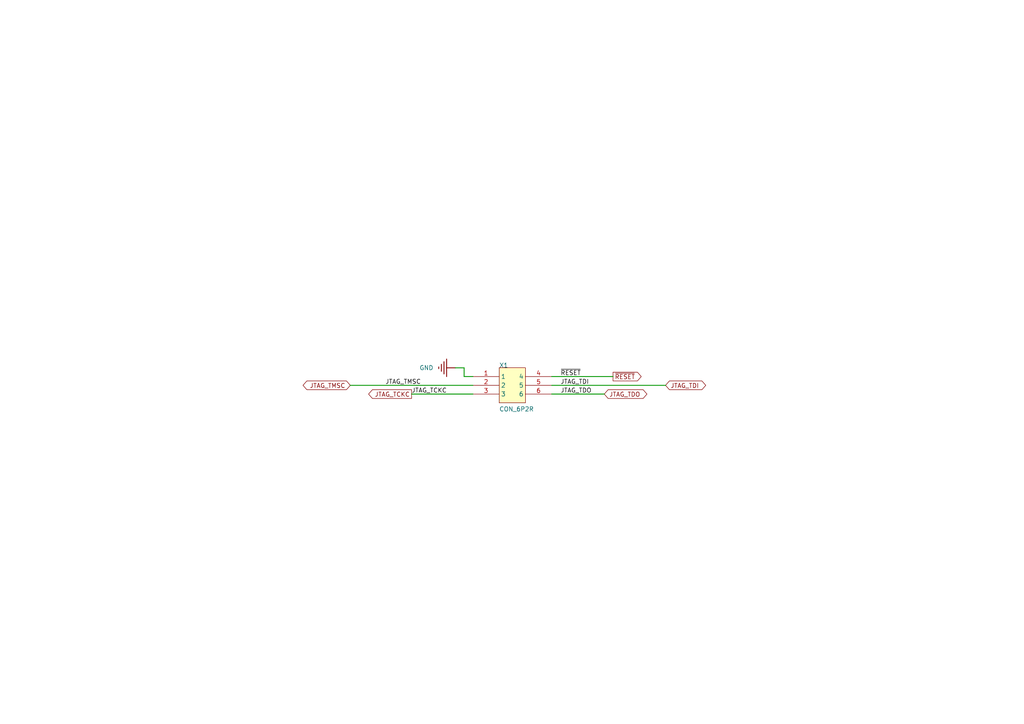
<source format=kicad_sch>
(kicad_sch (version 20230121) (generator eeschema)

  (uuid aed9c8c5-0c05-44cd-854e-57ad206f5ee1)

  (paper "A4")

  (lib_symbols
    (symbol "OpenAXES-altium-import:GND" (power) (in_bom yes) (on_board yes)
      (property "Reference" "#PWR" (at 0 0 0)
        (effects (font (size 1.27 1.27)))
      )
      (property "Value" "GND" (at 0 6.35 0)
        (effects (font (size 1.27 1.27)))
      )
      (property "Footprint" "" (at 0 0 0)
        (effects (font (size 1.27 1.27)) hide)
      )
      (property "Datasheet" "" (at 0 0 0)
        (effects (font (size 1.27 1.27)) hide)
      )
      (property "ki_keywords" "power-flag" (at 0 0 0)
        (effects (font (size 1.27 1.27)) hide)
      )
      (property "ki_description" "Power symbol creates a global label with name 'GND'" (at 0 0 0)
        (effects (font (size 1.27 1.27)) hide)
      )
      (symbol "GND_0_0"
        (polyline
          (pts
            (xy -2.54 -2.54)
            (xy 2.54 -2.54)
          )
          (stroke (width 0.254) (type solid))
          (fill (type none))
        )
        (polyline
          (pts
            (xy -1.778 -3.302)
            (xy 1.778 -3.302)
          )
          (stroke (width 0.254) (type solid))
          (fill (type none))
        )
        (polyline
          (pts
            (xy -1.016 -4.064)
            (xy 1.016 -4.064)
          )
          (stroke (width 0.254) (type solid))
          (fill (type none))
        )
        (polyline
          (pts
            (xy -0.254 -4.826)
            (xy 0.254 -4.826)
          )
          (stroke (width 0.254) (type solid))
          (fill (type none))
        )
        (polyline
          (pts
            (xy 0 0)
            (xy 0 -2.54)
          )
          (stroke (width 0.254) (type solid))
          (fill (type none))
        )
        (pin power_in line (at 0 0 0) (length 0) hide
          (name "GND" (effects (font (size 1.27 1.27))))
          (number "" (effects (font (size 1.27 1.27))))
        )
      )
    )
    (symbol "OpenAXES-altium-import:root_0_CON_6P2R" (in_bom yes) (on_board yes)
      (property "Reference" "" (at 0 0 0)
        (effects (font (size 1.27 1.27)))
      )
      (property "Value" "" (at 0 0 0)
        (effects (font (size 1.27 1.27)))
      )
      (property "Footprint" "" (at 0 0 0)
        (effects (font (size 1.27 1.27)) hide)
      )
      (property "Datasheet" "" (at 0 0 0)
        (effects (font (size 1.27 1.27)) hide)
      )
      (property "ki_fp_filters" "JTAG_Con" (at 0 0 0)
        (effects (font (size 1.27 1.27)) hide)
      )
      (symbol "root_0_CON_6P2R_1_0"
        (rectangle (start 15.24 2.54) (end 7.62 -7.62)
          (stroke (width 0) (type solid))
          (fill (type background))
        )
        (pin passive line (at 0 0 0) (length 7.62)
          (name "1" (effects (font (size 1.27 1.27))))
          (number "1" (effects (font (size 1.27 1.27))))
        )
        (pin passive line (at 0 -2.54 0) (length 7.62)
          (name "2" (effects (font (size 1.27 1.27))))
          (number "2" (effects (font (size 1.27 1.27))))
        )
        (pin passive line (at 0 -5.08 0) (length 7.62)
          (name "3" (effects (font (size 1.27 1.27))))
          (number "3" (effects (font (size 1.27 1.27))))
        )
        (pin passive line (at 22.86 0 180) (length 7.62)
          (name "4" (effects (font (size 1.27 1.27))))
          (number "4" (effects (font (size 1.27 1.27))))
        )
        (pin passive line (at 22.86 -2.54 180) (length 7.62)
          (name "5" (effects (font (size 1.27 1.27))))
          (number "5" (effects (font (size 1.27 1.27))))
        )
        (pin passive line (at 22.86 -5.08 180) (length 7.62)
          (name "6" (effects (font (size 1.27 1.27))))
          (number "6" (effects (font (size 1.27 1.27))))
        )
      )
    )
  )


  (wire (pts (xy 160.02 114.3) (xy 175.26 114.3))
    (stroke (width 0.254) (type default))
    (uuid 171f8fe0-4a9b-4e9f-926c-00a8a8b42928)
  )
  (wire (pts (xy 137.16 114.3) (xy 119.38 114.3))
    (stroke (width 0.254) (type default))
    (uuid 2a51e5b6-8875-4d54-9283-1d1a8edcd213)
  )
  (wire (pts (xy 160.02 109.22) (xy 177.8 109.22))
    (stroke (width 0.254) (type default))
    (uuid 4bed8f71-2b42-4c90-941c-078dba4d647a)
  )
  (wire (pts (xy 160.02 111.76) (xy 193.04 111.76))
    (stroke (width 0.254) (type default))
    (uuid 89e182e0-df0a-4fc6-8812-11049e4f4e5d)
  )
  (wire (pts (xy 137.16 111.76) (xy 101.6 111.76))
    (stroke (width 0.254) (type default))
    (uuid c2d0f882-85b6-4ea1-8e7e-d1ac598bb231)
  )
  (wire (pts (xy 134.62 109.22) (xy 134.62 106.68))
    (stroke (width 0.254) (type default))
    (uuid c39892ce-45cb-4288-a8e3-a61374bddccd)
  )
  (wire (pts (xy 134.62 106.68) (xy 132.08 106.68))
    (stroke (width 0.254) (type default))
    (uuid e6e41690-4e88-45bd-9709-0a90a45dfd29)
  )
  (wire (pts (xy 137.16 109.22) (xy 134.62 109.22))
    (stroke (width 0.254) (type default))
    (uuid e6f9b148-0b43-47d3-8cbf-b9d0b8d838ef)
  )

  (label "JTAG_TMSC" (at 111.76 111.76 0) (fields_autoplaced)
    (effects (font (size 1.27 1.27)) (justify left bottom))
    (uuid 7e0665c8-b594-46b4-9e05-1be8d7814ce1)
  )
  (label "JTAG_TDI" (at 162.56 111.76 0) (fields_autoplaced)
    (effects (font (size 1.27 1.27)) (justify left bottom))
    (uuid 84e7764e-e97c-442f-92c5-efb8c33873b1)
  )
  (label "~{RESET}" (at 162.56 109.22 0) (fields_autoplaced)
    (effects (font (size 1.27 1.27)) (justify left bottom))
    (uuid af07ef68-f72e-40ad-87ba-73691bca1f80)
  )
  (label "JTAG_TDO" (at 162.56 114.3 0) (fields_autoplaced)
    (effects (font (size 1.27 1.27)) (justify left bottom))
    (uuid c0deb6ed-7bfe-4da7-bd35-e0fe07d23c8a)
  )
  (label "JTAG_TCKC" (at 119.38 114.3 0) (fields_autoplaced)
    (effects (font (size 1.27 1.27)) (justify left bottom))
    (uuid f36fd88f-1a30-4068-a1dd-b7c83466ea64)
  )

  (global_label "JTAG_TDI" (shape bidirectional) (at 193.04 111.76 0) (fields_autoplaced)
    (effects (font (size 1.27 1.27)) (justify left))
    (uuid 0b0e07e1-eaf2-4a4d-a789-8fe898d4ad1b)
    (property "Intersheetrefs" "${INTERSHEET_REFS}" (at 205.1609 111.76 0)
      (effects (font (size 1.27 1.27)) (justify left) hide)
    )
  )
  (global_label "JTAG_TMSC" (shape bidirectional) (at 101.6 111.76 180) (fields_autoplaced)
    (effects (font (size 1.27 1.27)) (justify right))
    (uuid 6f53a34f-0b61-4829-9f9d-276d6d5ea853)
    (property "Intersheetrefs" "${INTERSHEET_REFS}" (at 87.423 111.76 0)
      (effects (font (size 1.27 1.27)) (justify right) hide)
    )
  )
  (global_label "JTAG_TCKC" (shape output) (at 119.38 114.3 180) (fields_autoplaced)
    (effects (font (size 1.27 1.27)) (justify right))
    (uuid 6fc79a38-0942-4f83-ae05-5925e9c59546)
    (property "Intersheetrefs" "${INTERSHEET_REFS}" (at 106.4352 114.3 0)
      (effects (font (size 1.27 1.27)) (justify right) hide)
    )
  )
  (global_label "~{RESET}" (shape output) (at 177.8 109.22 0) (fields_autoplaced)
    (effects (font (size 1.27 1.27)) (justify left))
    (uuid 795edc1c-5418-43bd-ad8f-970081792a66)
    (property "Intersheetrefs" "${INTERSHEET_REFS}" (at 186.4509 109.22 0)
      (effects (font (size 1.27 1.27)) (justify left) hide)
    )
  )
  (global_label "JTAG_TDO" (shape bidirectional) (at 175.26 114.3 0) (fields_autoplaced)
    (effects (font (size 1.27 1.27)) (justify left))
    (uuid ca1e0f73-7fc9-4201-a1aa-ed2abec84b2b)
    (property "Intersheetrefs" "${INTERSHEET_REFS}" (at 188.1066 114.3 0)
      (effects (font (size 1.27 1.27)) (justify left) hide)
    )
  )

  (symbol (lib_id "OpenAXES-altium-import:root_0_CON_6P2R") (at 137.16 109.22 0) (unit 1)
    (in_bom yes) (on_board yes) (dnp no)
    (uuid fcd08ea6-aa81-4d24-835e-be599751def8)
    (property "Reference" "X1" (at 144.78 106.68 0)
      (effects (font (size 1.27 1.27)) (justify left bottom))
    )
    (property "Value" "CON_6P2R" (at 144.78 119.38 0)
      (effects (font (size 1.27 1.27)) (justify left bottom))
    )
    (property "Footprint" "OpenAXES_parts:JTAG_CON" (at 137.16 109.22 0)
      (effects (font (size 1.27 1.27)) hide)
    )
    (property "Datasheet" "" (at 137.16 109.22 0)
      (effects (font (size 1.27 1.27)) hide)
    )
    (pin "1" (uuid 69a313c5-5f0f-4ff7-8c63-ba1540f3b9f9))
    (pin "2" (uuid a74ed240-7946-48a1-8481-ec81e77fa4d6))
    (pin "3" (uuid 410e3950-177a-4226-aa47-7d37bb3bfd80))
    (pin "4" (uuid 1b85aad5-ec14-42b3-a2c9-f89b4de27f62))
    (pin "5" (uuid a7ad4f27-1b13-4ea6-9af7-625136ffd93a))
    (pin "6" (uuid 8e16a558-843f-4a5c-a1ab-7095ff230192))
    (instances
      (project "OpenAXES"
        (path "/32dbabf1-8039-41ca-b7c1-9d712586e1d2/3bf28181-5d71-48f3-9ffe-881a1b733921"
          (reference "X1") (unit 1)
        )
      )
      (project "OpenAXES"
        (path "/aed9c8c5-0c05-44cd-854e-57ad206f5ee1"
          (reference "X1") (unit 1)
        )
      )
    )
  )

  (symbol (lib_id "OpenAXES-altium-import:GND") (at 132.08 106.68 270) (unit 1)
    (in_bom yes) (on_board yes) (dnp no)
    (uuid ff12378b-be65-4fc1-ba67-5c2f4c95da80)
    (property "Reference" "#PWR0119" (at 132.08 106.68 0)
      (effects (font (size 1.27 1.27)) hide)
    )
    (property "Value" "GND" (at 125.73 106.68 90)
      (effects (font (size 1.27 1.27)) (justify right))
    )
    (property "Footprint" "" (at 132.08 106.68 0)
      (effects (font (size 1.27 1.27)) hide)
    )
    (property "Datasheet" "" (at 132.08 106.68 0)
      (effects (font (size 1.27 1.27)) hide)
    )
    (pin "" (uuid 1fc7c689-fbbf-4269-93cd-767ac46dfa48))
    (instances
      (project "OpenAXES"
        (path "/32dbabf1-8039-41ca-b7c1-9d712586e1d2/3bf28181-5d71-48f3-9ffe-881a1b733921"
          (reference "#PWR0119") (unit 1)
        )
      )
      (project "OpenAXES"
        (path "/aed9c8c5-0c05-44cd-854e-57ad206f5ee1"
          (reference "#PWR?") (unit 1)
        )
      )
    )
  )
)

</source>
